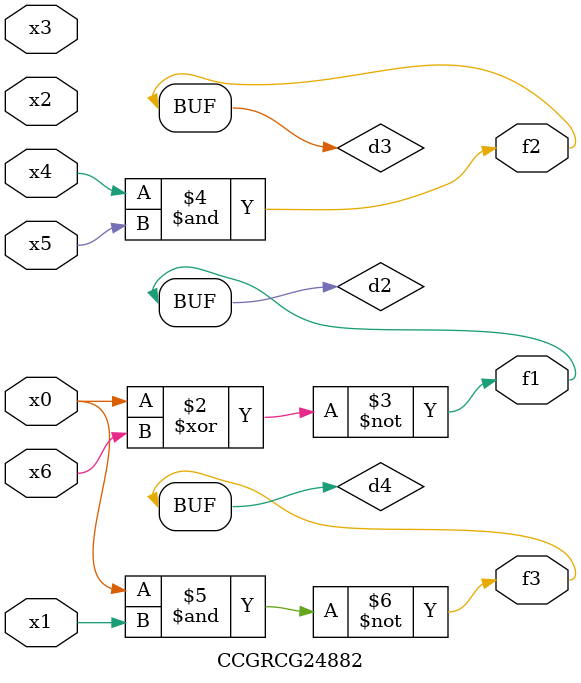
<source format=v>
module CCGRCG24882(
	input x0, x1, x2, x3, x4, x5, x6,
	output f1, f2, f3
);

	wire d1, d2, d3, d4;

	nor (d1, x0);
	xnor (d2, x0, x6);
	and (d3, x4, x5);
	nand (d4, x0, x1);
	assign f1 = d2;
	assign f2 = d3;
	assign f3 = d4;
endmodule

</source>
